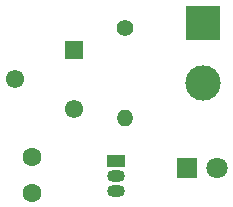
<source format=gbr>
G04 #@! TF.GenerationSoftware,KiCad,Pcbnew,(5.1.5)-3*
G04 #@! TF.CreationDate,2020-11-04T23:20:59+03:00*
G04 #@! TF.ProjectId,dark dedector adjusted,6461726b-2064-4656-9465-63746f722061,rev?*
G04 #@! TF.SameCoordinates,Original*
G04 #@! TF.FileFunction,Copper,L1,Top*
G04 #@! TF.FilePolarity,Positive*
%FSLAX46Y46*%
G04 Gerber Fmt 4.6, Leading zero omitted, Abs format (unit mm)*
G04 Created by KiCad (PCBNEW (5.1.5)-3) date 2020-11-04 23:21:00*
%MOMM*%
%LPD*%
G04 APERTURE LIST*
%ADD10C,1.550000*%
%ADD11R,1.550000X1.550000*%
%ADD12R,3.000000X3.000000*%
%ADD13C,3.000000*%
%ADD14R,1.800000X1.800000*%
%ADD15C,1.800000*%
%ADD16O,1.500000X1.050000*%
%ADD17R,1.500000X1.050000*%
%ADD18C,1.600000*%
%ADD19C,1.400000*%
%ADD20O,1.400000X1.400000*%
G04 APERTURE END LIST*
D10*
X143500000Y-86200000D03*
D11*
X148500000Y-83700000D03*
D10*
X148500000Y-88700000D03*
D12*
X159400000Y-81400000D03*
D13*
X159400000Y-86480000D03*
D14*
X158100000Y-93700000D03*
D15*
X160640000Y-93700000D03*
D16*
X152100000Y-94370000D03*
X152100000Y-95640000D03*
D17*
X152100000Y-93100000D03*
D18*
X145000000Y-92800000D03*
X145000000Y-95800000D03*
D19*
X152800000Y-81900000D03*
D20*
X152800000Y-89520000D03*
M02*

</source>
